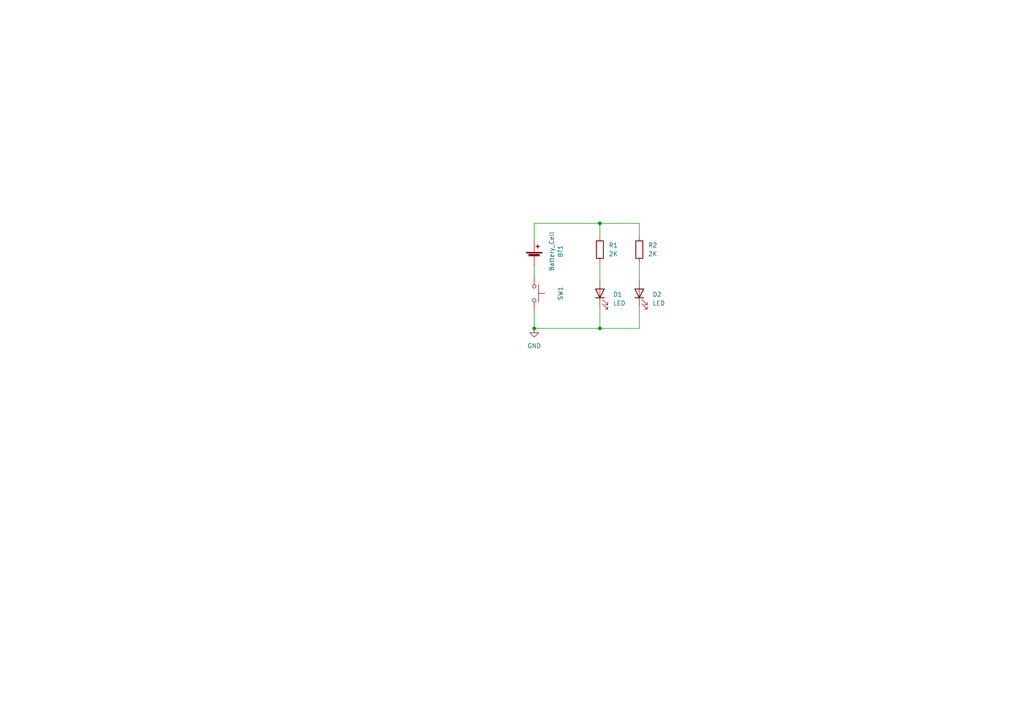
<source format=kicad_sch>
(kicad_sch (version 20211123) (generator eeschema)
  (paper "A4")
  (lib_symbols
    (symbol "Device:Battery_Cell" (pin_numbers hide) (pin_names (offset 0) hide)
      (property "Reference" "BT" (at 2.54 2.54 0))
      (property "Value" "Battery_Cell" (at 2.54 0 0))
      (symbol "Battery_Cell_0_1"
        (rectangle (start -2.286 1.778) (end 2.286 1.524) (fill (type outline)))
        (rectangle (start -1.5748 1.1938) (end 1.4732 0.6858) (fill (type outline)))
        (polyline (pts (xy 0 0.762) (xy 0 0)))
        (polyline (pts (xy 0 1.778) (xy 0 2.54)))
        (polyline (pts (xy 0.508 3.429) (xy 1.524 3.429)) (stroke (width 0.254)))
        (polyline (pts (xy 1.016 3.937) (xy 1.016 2.921)) (stroke (width 0.254)))
      )
      (symbol "Battery_Cell_1_1"
        (pin passive line (at 0 5.08 270) (length 2.54) (name "+") (number "1"))
        (pin passive line (at 0 -2.54 90) (length 2.54) (name "-") (number "2"))
      )
    )
    (symbol "Device:LED" (pin_numbers hide) (pin_names (offset 1.016) hide)
      (property "Reference" "D" (at 0 2.54 0))
      (property "Value" "LED" (at 0 -2.54 0))
      (symbol "LED_0_1"
        (polyline (pts (xy -1.27 -1.27) (xy -1.27 1.27)) (stroke (width 0.254)))
        (polyline (pts (xy -1.27 0) (xy 1.27 0)))
        (polyline (pts (xy 1.27 -1.27) (xy 1.27 1.27) (xy -1.27 0) (xy 1.27 -1.27)) (stroke (width 0.254)))
        (polyline (pts (xy -3.048 -0.762) (xy -4.572 -2.286) (xy -3.81 -2.286) (xy -4.572 -2.286) (xy -4.572 -1.524)))
        (polyline (pts (xy -1.778 -0.762) (xy -3.302 -2.286) (xy -2.54 -2.286) (xy -3.302 -2.286) (xy -3.302 -1.524)))
      )
      (symbol "LED_1_1"
        (pin passive line (at -3.81 0 0) (length 2.54) (name "K") (number "1"))
        (pin passive line (at 3.81 0 180) (length 2.54) (name "A") (number "2"))
      )
    )
    (symbol "Device:R" (pin_numbers hide) (pin_names (offset 0))
      (property "Reference" "R" (at 2.032 0 90))
      (property "Value" "R" (at 0 0 90))
      (symbol "R_0_1"
        (rectangle (start -1.016 -2.54) (end 1.016 2.54) (stroke (width 0.254)))
      )
      (symbol "R_1_1"
        (pin passive line (at 0 3.81 270) (length 1.27) (name "~") (number "1"))
        (pin passive line (at 0 -3.81 90) (length 1.27) (name "~") (number "2"))
      )
    )
    (symbol "Switch:SW_Push" (pin_numbers hide) (pin_names (offset 1.016) hide)
      (property "Reference" "SW" (at 1.27 2.54 0))
      (property "Value" "SW_Push" (at 0 -1.524 0))
      (symbol "SW_Push_0_1"
        (circle (center -2.032 0) (radius 0.508))
        (polyline (pts (xy 0 1.27) (xy 0 3.048)))
        (polyline (pts (xy 2.54 1.27) (xy -2.54 1.27)))
        (circle (center 2.032 0) (radius 0.508))
        (pin passive line (at -5.08 0 0) (length 2.54) (name "1") (number "1"))
        (pin passive line (at 5.08 0 180) (length 2.54) (name "2") (number "2"))
      )
    )
    (symbol "power:GND" (power) (pin_names (offset 0))
      (property "Value" "GND" (at 0 -3.81 0))
      (symbol "GND_0_1"
        (polyline (pts (xy 0 0) (xy 0 -1.27) (xy 1.27 -1.27) (xy 0 -2.54) (xy -1.27 -1.27) (xy 0 -1.27)))
      )
      (symbol "GND_1_1"
        (pin power_in line (at 0 0 270) (length 0) hide (name "GND") (number "1"))
      )
    )
  )
  (junction (at 173.99 64.77))
  (junction (at 173.99 95.25))
  (junction (at 154.94 95.25))
  (wire (pts (xy 173.99 88.9) (xy 173.99 95.25)))
  (wire (pts (xy 154.94 77.47) (xy 154.94 80.01)))
  (wire (pts (xy 154.94 90.17) (xy 154.94 95.25)))
  (wire (pts (xy 173.99 95.25) (xy 185.42 95.25)))
  (wire (pts (xy 154.94 95.25) (xy 173.99 95.25)))
  (wire (pts (xy 185.42 88.9) (xy 185.42 95.25)))
  (wire (pts (xy 173.99 76.2) (xy 173.99 81.28)))
  (wire (pts (xy 173.99 64.77) (xy 185.42 64.77)))
  (wire (pts (xy 185.42 64.77) (xy 185.42 68.58)))
  (wire (pts (xy 173.99 64.77) (xy 173.99 68.58)))
  (wire (pts (xy 154.94 64.77) (xy 154.94 69.85)))
  (wire (pts (xy 154.94 64.77) (xy 173.99 64.77)))
  (wire (pts (xy 185.42 76.2) (xy 185.42 81.28)))
  (symbol (lib_id "Device:Battery_Cell") (at 154.94 74.93 0) (unit 1)
    (property "Reference" "BT1" (at 162.56 72.898 90))
    (property "Value" "Battery_Cell" (at 160.02 72.898 90))
    (property "Footprint" "Battery:BatteryHolder_Keystone_1060_1x2032" (effects hide))
  )
  (symbol (lib_id "Device:LED") (at 173.99 85.09 90) (unit 1)
    (property "Reference" "D1" (at 177.8 85.4074 90) (effects (justify right)))
    (property "Value" "LED" (at 177.8 87.9474 90) (effects (justify right)))
    (property "Footprint" "LED_SMD:LED_0805_2012Metric_Pad1.15x1.40mm_HandSolder" (effects hide))
  )
  (symbol (lib_id "Switch:SW_Push") (at 154.94 85.09 270) (unit 1)
    (property "Reference" "SW1" (at 162.56 85.09 0))
    (property "Value" "SW_Push" (effects hide))
    (property "Footprint" "Button_Switch_SMD:SW_SPST_TL3342" (effects hide))
  )
  (symbol (lib_id "Device:R") (at 173.99 72.39 0) (unit 1)
    (property "Reference" "R1" (at 176.53 71.1199 0) (effects (justify left)))
    (property "Value" "2K" (at 176.53 73.6599 0) (effects (justify left)))
    (property "Footprint" "Resistor_SMD:R_0805_2012Metric_Pad1.20x1.40mm_HandSolder" (effects hide))
  )
  (symbol (lib_id "power:GND") (at 154.94 95.25 0) (unit 1)
    (property "Reference" "#PWR0101" (effects hide))
    (property "Value" "GND" (at 154.94 100.33 0))
  )
  (symbol (lib_id "Device:R") (at 185.42 72.39 0) (unit 1)
    (property "Reference" "R2" (at 187.96 71.1199 0) (effects (justify left)))
    (property "Value" "2K" (at 187.96 73.6599 0) (effects (justify left)))
    (property "Footprint" "Resistor_SMD:R_0805_2012Metric_Pad1.20x1.40mm_HandSolder" (effects hide))
  )
  (symbol (lib_id "Device:LED") (at 185.42 85.09 90) (unit 1)
    (property "Reference" "D2" (at 189.23 85.4074 90) (effects (justify right)))
    (property "Value" "LED" (at 189.23 87.9474 90) (effects (justify right)))
    (property "Footprint" "LED_SMD:LED_0805_2012Metric_Pad1.15x1.40mm_HandSolder" (effects hide))
  )
)
</source>
